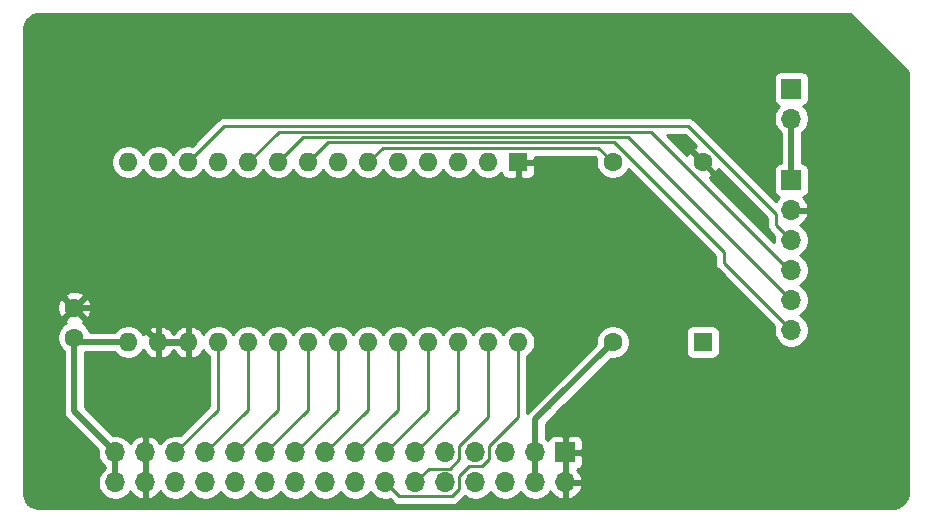
<source format=gbr>
%TF.GenerationSoftware,KiCad,Pcbnew,(5.1.12-1-10_14)*%
%TF.CreationDate,2022-01-05T16:58:03+01:00*%
%TF.ProjectId,kids serial,6b696473-2073-4657-9269-616c2e6b6963,rev?*%
%TF.SameCoordinates,Original*%
%TF.FileFunction,Copper,L1,Top*%
%TF.FilePolarity,Positive*%
%FSLAX46Y46*%
G04 Gerber Fmt 4.6, Leading zero omitted, Abs format (unit mm)*
G04 Created by KiCad (PCBNEW (5.1.12-1-10_14)) date 2022-01-05 16:58:03*
%MOMM*%
%LPD*%
G01*
G04 APERTURE LIST*
%TA.AperFunction,ComponentPad*%
%ADD10O,1.700000X1.700000*%
%TD*%
%TA.AperFunction,ComponentPad*%
%ADD11R,1.700000X1.700000*%
%TD*%
%TA.AperFunction,ComponentPad*%
%ADD12O,1.600000X1.600000*%
%TD*%
%TA.AperFunction,ComponentPad*%
%ADD13R,1.600000X1.600000*%
%TD*%
%TA.AperFunction,ComponentPad*%
%ADD14C,1.600000*%
%TD*%
%TA.AperFunction,ViaPad*%
%ADD15C,0.800000*%
%TD*%
%TA.AperFunction,Conductor*%
%ADD16C,0.500000*%
%TD*%
%TA.AperFunction,Conductor*%
%ADD17C,0.250000*%
%TD*%
%TA.AperFunction,Conductor*%
%ADD18C,0.254000*%
%TD*%
%TA.AperFunction,Conductor*%
%ADD19C,0.100000*%
%TD*%
G04 APERTURE END LIST*
D10*
%TO.P,J1,32*%
%TO.N,+5V*%
X109016800Y-115138200D03*
%TO.P,J1,31*%
X109016800Y-112598200D03*
%TO.P,J1,30*%
%TO.N,GND*%
X111556800Y-115138200D03*
%TO.P,J1,29*%
X111556800Y-112598200D03*
%TO.P,J1,28*%
%TO.N,/A0*%
X114096800Y-115138200D03*
%TO.P,J1,27*%
%TO.N,/D0*%
X114096800Y-112598200D03*
%TO.P,J1,26*%
%TO.N,/A1*%
X116636800Y-115138200D03*
%TO.P,J1,25*%
%TO.N,/D1*%
X116636800Y-112598200D03*
%TO.P,J1,24*%
%TO.N,/A2*%
X119176800Y-115138200D03*
%TO.P,J1,23*%
%TO.N,/D2*%
X119176800Y-112598200D03*
%TO.P,J1,22*%
%TO.N,/A3*%
X121716800Y-115138200D03*
%TO.P,J1,21*%
%TO.N,/D3*%
X121716800Y-112598200D03*
%TO.P,J1,20*%
%TO.N,/A4*%
X124256800Y-115138200D03*
%TO.P,J1,19*%
%TO.N,/D4*%
X124256800Y-112598200D03*
%TO.P,J1,18*%
%TO.N,/A5*%
X126796800Y-115138200D03*
%TO.P,J1,17*%
%TO.N,/D5*%
X126796800Y-112598200D03*
%TO.P,J1,16*%
%TO.N,~CS*%
X129336800Y-115138200D03*
%TO.P,J1,15*%
%TO.N,/D6*%
X129336800Y-112598200D03*
%TO.P,J1,14*%
%TO.N,R~W*%
X131876800Y-115138200D03*
%TO.P,J1,13*%
%TO.N,/D7*%
X131876800Y-112598200D03*
%TO.P,J1,12*%
%TO.N,CLK*%
X134416800Y-115138200D03*
%TO.P,J1,11*%
%TO.N,~IRQ*%
X134416800Y-112598200D03*
%TO.P,J1,10*%
%TO.N,~RES*%
X136956800Y-115138200D03*
%TO.P,J1,9*%
%TO.N,Net-(J1-Pad9)*%
X136956800Y-112598200D03*
%TO.P,J1,8*%
%TO.N,Net-(J1-Pad8)*%
X139496800Y-115138200D03*
%TO.P,J1,7*%
%TO.N,Net-(J1-Pad7)*%
X139496800Y-112598200D03*
%TO.P,J1,6*%
%TO.N,Net-(J1-Pad6)*%
X142036800Y-115138200D03*
%TO.P,J1,5*%
%TO.N,Net-(J1-Pad5)*%
X142036800Y-112598200D03*
%TO.P,J1,4*%
%TO.N,+5V*%
X144576800Y-115138200D03*
%TO.P,J1,3*%
X144576800Y-112598200D03*
%TO.P,J1,2*%
%TO.N,GND*%
X147116800Y-115138200D03*
D11*
%TO.P,J1,1*%
X147116800Y-112598200D03*
%TD*%
D12*
%TO.P,U1,28*%
%TO.N,R~W*%
X143129000Y-103251000D03*
%TO.P,U1,14*%
%TO.N,/A1*%
X110109000Y-88011000D03*
%TO.P,U1,27*%
%TO.N,CLK*%
X140589000Y-103251000D03*
%TO.P,U1,13*%
%TO.N,/A0*%
X112649000Y-88011000D03*
%TO.P,U1,26*%
%TO.N,~IRQ*%
X138049000Y-103251000D03*
%TO.P,U1,12*%
%TO.N,TXD_IO*%
X115189000Y-88011000D03*
%TO.P,U1,25*%
%TO.N,/D7*%
X135509000Y-103251000D03*
%TO.P,U1,11*%
%TO.N,Net-(U1-Pad11)*%
X117729000Y-88011000D03*
%TO.P,U1,24*%
%TO.N,/D6*%
X132969000Y-103251000D03*
%TO.P,U1,10*%
%TO.N,RXD_IO*%
X120269000Y-88011000D03*
%TO.P,U1,23*%
%TO.N,/D5*%
X130429000Y-103251000D03*
%TO.P,U1,9*%
%TO.N,~RTS_IO*%
X122809000Y-88011000D03*
%TO.P,U1,22*%
%TO.N,/D4*%
X127889000Y-103251000D03*
%TO.P,U1,8*%
%TO.N,~CTS_IO*%
X125349000Y-88011000D03*
%TO.P,U1,21*%
%TO.N,/D3*%
X125349000Y-103251000D03*
%TO.P,U1,7*%
%TO.N,Net-(U1-Pad7)*%
X127889000Y-88011000D03*
%TO.P,U1,20*%
%TO.N,/D2*%
X122809000Y-103251000D03*
%TO.P,U1,6*%
%TO.N,XTAL_CLK*%
X130429000Y-88011000D03*
%TO.P,U1,19*%
%TO.N,/D1*%
X120269000Y-103251000D03*
%TO.P,U1,5*%
%TO.N,Net-(U1-Pad5)*%
X132969000Y-88011000D03*
%TO.P,U1,18*%
%TO.N,/D0*%
X117729000Y-103251000D03*
%TO.P,U1,4*%
%TO.N,~RES*%
X135509000Y-88011000D03*
%TO.P,U1,17*%
%TO.N,GND*%
X115189000Y-103251000D03*
%TO.P,U1,3*%
%TO.N,~CS*%
X138049000Y-88011000D03*
%TO.P,U1,16*%
%TO.N,GND*%
X112649000Y-103251000D03*
%TO.P,U1,2*%
%TO.N,+5V*%
X140589000Y-88011000D03*
%TO.P,U1,15*%
X110109000Y-103251000D03*
D13*
%TO.P,U1,1*%
%TO.N,GND*%
X143129000Y-88011000D03*
%TD*%
D10*
%TO.P,J3,2*%
%TO.N,VCC_IO*%
X166243000Y-84328000D03*
D11*
%TO.P,J3,1*%
%TO.N,+5V*%
X166243000Y-81788000D03*
%TD*%
D10*
%TO.P,J2,6*%
%TO.N,~CTS_IO*%
X166243000Y-102235000D03*
%TO.P,J2,5*%
%TO.N,~RTS_IO*%
X166243000Y-99695000D03*
%TO.P,J2,4*%
%TO.N,RXD_IO*%
X166243000Y-97155000D03*
%TO.P,J2,3*%
%TO.N,TXD_IO*%
X166243000Y-94615000D03*
%TO.P,J2,2*%
%TO.N,GND*%
X166243000Y-92075000D03*
D11*
%TO.P,J2,1*%
%TO.N,VCC_IO*%
X166243000Y-89535000D03*
%TD*%
D14*
%TO.P,C1,2*%
%TO.N,GND*%
X105537000Y-100370000D03*
%TO.P,C1,1*%
%TO.N,+5V*%
X105537000Y-102870000D03*
%TD*%
D13*
%TO.P,X1,1*%
%TO.N,Net-(X1-Pad1)*%
X158750000Y-103251000D03*
D14*
%TO.P,X1,14*%
%TO.N,+5V*%
X151130000Y-103251000D03*
%TO.P,X1,8*%
%TO.N,XTAL_CLK*%
X151130000Y-88011000D03*
%TO.P,X1,7*%
%TO.N,GND*%
X158750000Y-88011000D03*
%TD*%
D15*
%TO.N,GND*%
X126873000Y-95758000D03*
X166243000Y-108585000D03*
X166243000Y-78359000D03*
X105537000Y-78359000D03*
X137033000Y-78486000D03*
%TD*%
D16*
%TO.N,+5V*%
X105918000Y-103251000D02*
X105537000Y-102870000D01*
X110109000Y-103251000D02*
X105918000Y-103251000D01*
X105537000Y-109118400D02*
X109016800Y-112598200D01*
X105537000Y-102870000D02*
X105537000Y-109118400D01*
X109016800Y-112598200D02*
X109016800Y-115138200D01*
X144576800Y-115138200D02*
X144576800Y-112598200D01*
X144576800Y-109804200D02*
X145859500Y-108521500D01*
X145859500Y-108521500D02*
X151130000Y-103251000D01*
X144576800Y-112598200D02*
X144576800Y-109804200D01*
X145669000Y-108712000D02*
X145859500Y-108521500D01*
%TO.N,GND*%
X115189000Y-103251000D02*
X112649000Y-103251000D01*
X109768000Y-100370000D02*
X105537000Y-100370000D01*
X112649000Y-103251000D02*
X109768000Y-100370000D01*
D17*
%TO.N,/D0*%
X117729000Y-108966000D02*
X114096800Y-112598200D01*
X117729000Y-103251000D02*
X117729000Y-108966000D01*
%TO.N,/D1*%
X120269000Y-108966000D02*
X116636800Y-112598200D01*
X120269000Y-103251000D02*
X120269000Y-108966000D01*
%TO.N,/D2*%
X122809000Y-108966000D02*
X119176800Y-112598200D01*
X122809000Y-103251000D02*
X122809000Y-108966000D01*
%TO.N,/D3*%
X125349000Y-108966000D02*
X121716800Y-112598200D01*
X125349000Y-103251000D02*
X125349000Y-108966000D01*
%TO.N,/D4*%
X127889000Y-108966000D02*
X124256800Y-112598200D01*
X127889000Y-103251000D02*
X127889000Y-108966000D01*
%TO.N,/D5*%
X130429000Y-108966000D02*
X126796800Y-112598200D01*
X130429000Y-103251000D02*
X130429000Y-108966000D01*
%TO.N,/D6*%
X132969000Y-108966000D02*
X129336800Y-112598200D01*
X132969000Y-103251000D02*
X132969000Y-108966000D01*
%TO.N,R~W*%
X138131801Y-114574199D02*
X138131801Y-115702201D01*
X138932799Y-113773201D02*
X138131801Y-114574199D01*
X137520801Y-116313201D02*
X133051801Y-116313201D01*
X140671801Y-113162201D02*
X140060801Y-113773201D01*
X138131801Y-115702201D02*
X137520801Y-116313201D01*
X140060801Y-113773201D02*
X138932799Y-113773201D01*
X140671801Y-112034199D02*
X140671801Y-113162201D01*
X133051801Y-116313201D02*
X131876800Y-115138200D01*
X143129000Y-109577000D02*
X140671801Y-112034199D01*
X143129000Y-103251000D02*
X143129000Y-109577000D01*
%TO.N,/D7*%
X135509000Y-108966000D02*
X131876800Y-112598200D01*
X135509000Y-103251000D02*
X135509000Y-108966000D01*
%TO.N,CLK*%
X135591801Y-113963199D02*
X134416800Y-115138200D01*
X138131801Y-113162201D02*
X137330803Y-113963199D01*
X138131801Y-112034199D02*
X138131801Y-113162201D01*
X137330803Y-113963199D02*
X135591801Y-113963199D01*
X140589000Y-109577000D02*
X138131801Y-112034199D01*
X140589000Y-103251000D02*
X140589000Y-109577000D01*
%TO.N,~IRQ*%
X138049000Y-108966000D02*
X134416800Y-112598200D01*
X138049000Y-103251000D02*
X138049000Y-108966000D01*
D16*
%TO.N,VCC_IO*%
X166243000Y-89535000D02*
X166243000Y-84455000D01*
D17*
%TO.N,TXD_IO*%
X164967999Y-93339999D02*
X166243000Y-94615000D01*
X118214039Y-84985961D02*
X157537963Y-84985961D01*
X164967999Y-92415997D02*
X164967999Y-93339999D01*
X157537963Y-84985961D02*
X164967999Y-92415997D01*
X115189000Y-88011000D02*
X118214039Y-84985961D01*
%TO.N,RXD_IO*%
X166080998Y-97155000D02*
X166243000Y-97155000D01*
X154361969Y-85435971D02*
X166080998Y-97155000D01*
X122844029Y-85435971D02*
X154361969Y-85435971D01*
X120269000Y-88011000D02*
X122844029Y-85435971D01*
%TO.N,~RTS_IO*%
X152433980Y-85885980D02*
X166243000Y-99695000D01*
X124934020Y-85885980D02*
X152433980Y-85885980D01*
X122809000Y-88011000D02*
X124934020Y-85885980D01*
%TO.N,~CTS_IO*%
X127024011Y-86335989D02*
X151232989Y-86335989D01*
X125349000Y-88011000D02*
X127024011Y-86335989D01*
X151232989Y-86335989D02*
X160528000Y-95631000D01*
X160528000Y-96520000D02*
X166243000Y-102235000D01*
X160528000Y-95631000D02*
X160528000Y-96520000D01*
%TO.N,XTAL_CLK*%
X131654001Y-86785999D02*
X130429000Y-88011000D01*
X149904999Y-86785999D02*
X131654001Y-86785999D01*
X151130000Y-88011000D02*
X149904999Y-86785999D01*
%TD*%
D18*
%TO.N,GND*%
X102582353Y-75488000D02*
X171201620Y-75488000D01*
X176099000Y-80385381D01*
X176099001Y-115984647D01*
X176108289Y-116078951D01*
X176094766Y-116216876D01*
X176017551Y-116472624D01*
X175892131Y-116708504D01*
X175723289Y-116915525D01*
X175517446Y-117085813D01*
X175282444Y-117212879D01*
X175027240Y-117291877D01*
X174880291Y-117307322D01*
X174785647Y-117298000D01*
X102582353Y-117298000D01*
X102488044Y-117307289D01*
X102350124Y-117293766D01*
X102094376Y-117216551D01*
X101858496Y-117091131D01*
X101651475Y-116922289D01*
X101481187Y-116716446D01*
X101354121Y-116481444D01*
X101275123Y-116226240D01*
X101259678Y-116079291D01*
X101269000Y-115984647D01*
X101269000Y-102728665D01*
X104102000Y-102728665D01*
X104102000Y-103011335D01*
X104157147Y-103288574D01*
X104265320Y-103549727D01*
X104422363Y-103784759D01*
X104622241Y-103984637D01*
X104652000Y-104004521D01*
X104652001Y-109074921D01*
X104647719Y-109118400D01*
X104664805Y-109291890D01*
X104715412Y-109458713D01*
X104797590Y-109612459D01*
X104880468Y-109713446D01*
X104880471Y-109713449D01*
X104908184Y-109747217D01*
X104941951Y-109774929D01*
X107546261Y-112379240D01*
X107531800Y-112451940D01*
X107531800Y-112744460D01*
X107588868Y-113031358D01*
X107700810Y-113301611D01*
X107863325Y-113544832D01*
X108070168Y-113751675D01*
X108131800Y-113792856D01*
X108131801Y-113943543D01*
X108070168Y-113984725D01*
X107863325Y-114191568D01*
X107700810Y-114434789D01*
X107588868Y-114705042D01*
X107531800Y-114991940D01*
X107531800Y-115284460D01*
X107588868Y-115571358D01*
X107700810Y-115841611D01*
X107863325Y-116084832D01*
X108070168Y-116291675D01*
X108313389Y-116454190D01*
X108583642Y-116566132D01*
X108870540Y-116623200D01*
X109163060Y-116623200D01*
X109449958Y-116566132D01*
X109720211Y-116454190D01*
X109963432Y-116291675D01*
X110170275Y-116084832D01*
X110291995Y-115902666D01*
X110361622Y-116019555D01*
X110556531Y-116235788D01*
X110789880Y-116409841D01*
X111052701Y-116535025D01*
X111199910Y-116579676D01*
X111429800Y-116458355D01*
X111429800Y-115265200D01*
X111409800Y-115265200D01*
X111409800Y-115011200D01*
X111429800Y-115011200D01*
X111429800Y-112725200D01*
X111409800Y-112725200D01*
X111409800Y-112471200D01*
X111429800Y-112471200D01*
X111429800Y-111278045D01*
X111683800Y-111278045D01*
X111683800Y-112471200D01*
X111703800Y-112471200D01*
X111703800Y-112725200D01*
X111683800Y-112725200D01*
X111683800Y-115011200D01*
X111703800Y-115011200D01*
X111703800Y-115265200D01*
X111683800Y-115265200D01*
X111683800Y-116458355D01*
X111913690Y-116579676D01*
X112060899Y-116535025D01*
X112323720Y-116409841D01*
X112557069Y-116235788D01*
X112751978Y-116019555D01*
X112821605Y-115902666D01*
X112943325Y-116084832D01*
X113150168Y-116291675D01*
X113393389Y-116454190D01*
X113663642Y-116566132D01*
X113950540Y-116623200D01*
X114243060Y-116623200D01*
X114529958Y-116566132D01*
X114800211Y-116454190D01*
X115043432Y-116291675D01*
X115250275Y-116084832D01*
X115366800Y-115910440D01*
X115483325Y-116084832D01*
X115690168Y-116291675D01*
X115933389Y-116454190D01*
X116203642Y-116566132D01*
X116490540Y-116623200D01*
X116783060Y-116623200D01*
X117069958Y-116566132D01*
X117340211Y-116454190D01*
X117583432Y-116291675D01*
X117790275Y-116084832D01*
X117906800Y-115910440D01*
X118023325Y-116084832D01*
X118230168Y-116291675D01*
X118473389Y-116454190D01*
X118743642Y-116566132D01*
X119030540Y-116623200D01*
X119323060Y-116623200D01*
X119609958Y-116566132D01*
X119880211Y-116454190D01*
X120123432Y-116291675D01*
X120330275Y-116084832D01*
X120446800Y-115910440D01*
X120563325Y-116084832D01*
X120770168Y-116291675D01*
X121013389Y-116454190D01*
X121283642Y-116566132D01*
X121570540Y-116623200D01*
X121863060Y-116623200D01*
X122149958Y-116566132D01*
X122420211Y-116454190D01*
X122663432Y-116291675D01*
X122870275Y-116084832D01*
X122986800Y-115910440D01*
X123103325Y-116084832D01*
X123310168Y-116291675D01*
X123553389Y-116454190D01*
X123823642Y-116566132D01*
X124110540Y-116623200D01*
X124403060Y-116623200D01*
X124689958Y-116566132D01*
X124960211Y-116454190D01*
X125203432Y-116291675D01*
X125410275Y-116084832D01*
X125526800Y-115910440D01*
X125643325Y-116084832D01*
X125850168Y-116291675D01*
X126093389Y-116454190D01*
X126363642Y-116566132D01*
X126650540Y-116623200D01*
X126943060Y-116623200D01*
X127229958Y-116566132D01*
X127500211Y-116454190D01*
X127743432Y-116291675D01*
X127950275Y-116084832D01*
X128066800Y-115910440D01*
X128183325Y-116084832D01*
X128390168Y-116291675D01*
X128633389Y-116454190D01*
X128903642Y-116566132D01*
X129190540Y-116623200D01*
X129483060Y-116623200D01*
X129769958Y-116566132D01*
X130040211Y-116454190D01*
X130283432Y-116291675D01*
X130490275Y-116084832D01*
X130606800Y-115910440D01*
X130723325Y-116084832D01*
X130930168Y-116291675D01*
X131173389Y-116454190D01*
X131443642Y-116566132D01*
X131730540Y-116623200D01*
X132023060Y-116623200D01*
X132243208Y-116579410D01*
X132488002Y-116824204D01*
X132511800Y-116853202D01*
X132627525Y-116948175D01*
X132759554Y-117018747D01*
X132902815Y-117062204D01*
X133014468Y-117073201D01*
X133014477Y-117073201D01*
X133051800Y-117076877D01*
X133089123Y-117073201D01*
X137483479Y-117073201D01*
X137520801Y-117076877D01*
X137558123Y-117073201D01*
X137558134Y-117073201D01*
X137669787Y-117062204D01*
X137813048Y-117018747D01*
X137945077Y-116948175D01*
X138060802Y-116853202D01*
X138084604Y-116824199D01*
X138590309Y-116318496D01*
X138793389Y-116454190D01*
X139063642Y-116566132D01*
X139350540Y-116623200D01*
X139643060Y-116623200D01*
X139929958Y-116566132D01*
X140200211Y-116454190D01*
X140443432Y-116291675D01*
X140650275Y-116084832D01*
X140766800Y-115910440D01*
X140883325Y-116084832D01*
X141090168Y-116291675D01*
X141333389Y-116454190D01*
X141603642Y-116566132D01*
X141890540Y-116623200D01*
X142183060Y-116623200D01*
X142469958Y-116566132D01*
X142740211Y-116454190D01*
X142983432Y-116291675D01*
X143190275Y-116084832D01*
X143306800Y-115910440D01*
X143423325Y-116084832D01*
X143630168Y-116291675D01*
X143873389Y-116454190D01*
X144143642Y-116566132D01*
X144430540Y-116623200D01*
X144723060Y-116623200D01*
X145009958Y-116566132D01*
X145280211Y-116454190D01*
X145523432Y-116291675D01*
X145730275Y-116084832D01*
X145851995Y-115902666D01*
X145921622Y-116019555D01*
X146116531Y-116235788D01*
X146349880Y-116409841D01*
X146612701Y-116535025D01*
X146759910Y-116579676D01*
X146989800Y-116458355D01*
X146989800Y-115265200D01*
X147243800Y-115265200D01*
X147243800Y-116458355D01*
X147473690Y-116579676D01*
X147620899Y-116535025D01*
X147883720Y-116409841D01*
X148117069Y-116235788D01*
X148311978Y-116019555D01*
X148460957Y-115769452D01*
X148558281Y-115495091D01*
X148437614Y-115265200D01*
X147243800Y-115265200D01*
X146989800Y-115265200D01*
X146969800Y-115265200D01*
X146969800Y-115011200D01*
X146989800Y-115011200D01*
X146989800Y-112725200D01*
X147243800Y-112725200D01*
X147243800Y-115011200D01*
X148437614Y-115011200D01*
X148558281Y-114781309D01*
X148460957Y-114506948D01*
X148311978Y-114256845D01*
X148135174Y-114060698D01*
X148210980Y-114037702D01*
X148321294Y-113978737D01*
X148417985Y-113899385D01*
X148497337Y-113802694D01*
X148556302Y-113692380D01*
X148592612Y-113572682D01*
X148604872Y-113448200D01*
X148601800Y-112883950D01*
X148443050Y-112725200D01*
X147243800Y-112725200D01*
X146989800Y-112725200D01*
X146969800Y-112725200D01*
X146969800Y-112471200D01*
X146989800Y-112471200D01*
X146989800Y-111271950D01*
X147243800Y-111271950D01*
X147243800Y-112471200D01*
X148443050Y-112471200D01*
X148601800Y-112312450D01*
X148604872Y-111748200D01*
X148592612Y-111623718D01*
X148556302Y-111504020D01*
X148497337Y-111393706D01*
X148417985Y-111297015D01*
X148321294Y-111217663D01*
X148210980Y-111158698D01*
X148091282Y-111122388D01*
X147966800Y-111110128D01*
X147402550Y-111113200D01*
X147243800Y-111271950D01*
X146989800Y-111271950D01*
X146831050Y-111113200D01*
X146266800Y-111110128D01*
X146142318Y-111122388D01*
X146022620Y-111158698D01*
X145912306Y-111217663D01*
X145815615Y-111297015D01*
X145736263Y-111393706D01*
X145677298Y-111504020D01*
X145655287Y-111576580D01*
X145523432Y-111444725D01*
X145461800Y-111403544D01*
X145461800Y-110170778D01*
X146516032Y-109116547D01*
X146516037Y-109116541D01*
X150953561Y-104679017D01*
X150988665Y-104686000D01*
X151271335Y-104686000D01*
X151548574Y-104630853D01*
X151809727Y-104522680D01*
X152044759Y-104365637D01*
X152244637Y-104165759D01*
X152401680Y-103930727D01*
X152509853Y-103669574D01*
X152565000Y-103392335D01*
X152565000Y-103109665D01*
X152509853Y-102832426D01*
X152401680Y-102571273D01*
X152321317Y-102451000D01*
X157311928Y-102451000D01*
X157311928Y-104051000D01*
X157324188Y-104175482D01*
X157360498Y-104295180D01*
X157419463Y-104405494D01*
X157498815Y-104502185D01*
X157595506Y-104581537D01*
X157705820Y-104640502D01*
X157825518Y-104676812D01*
X157950000Y-104689072D01*
X159550000Y-104689072D01*
X159674482Y-104676812D01*
X159794180Y-104640502D01*
X159904494Y-104581537D01*
X160001185Y-104502185D01*
X160080537Y-104405494D01*
X160139502Y-104295180D01*
X160175812Y-104175482D01*
X160188072Y-104051000D01*
X160188072Y-102451000D01*
X160175812Y-102326518D01*
X160139502Y-102206820D01*
X160080537Y-102096506D01*
X160001185Y-101999815D01*
X159904494Y-101920463D01*
X159794180Y-101861498D01*
X159674482Y-101825188D01*
X159550000Y-101812928D01*
X157950000Y-101812928D01*
X157825518Y-101825188D01*
X157705820Y-101861498D01*
X157595506Y-101920463D01*
X157498815Y-101999815D01*
X157419463Y-102096506D01*
X157360498Y-102206820D01*
X157324188Y-102326518D01*
X157311928Y-102451000D01*
X152321317Y-102451000D01*
X152244637Y-102336241D01*
X152044759Y-102136363D01*
X151809727Y-101979320D01*
X151548574Y-101871147D01*
X151271335Y-101816000D01*
X150988665Y-101816000D01*
X150711426Y-101871147D01*
X150450273Y-101979320D01*
X150215241Y-102136363D01*
X150015363Y-102336241D01*
X149858320Y-102571273D01*
X149750147Y-102832426D01*
X149695000Y-103109665D01*
X149695000Y-103392335D01*
X149701983Y-103427439D01*
X145264459Y-107864963D01*
X145264453Y-107864968D01*
X143981751Y-109147671D01*
X143947984Y-109175383D01*
X143920271Y-109209151D01*
X143920268Y-109209154D01*
X143889000Y-109247254D01*
X143889000Y-104469043D01*
X144043759Y-104365637D01*
X144243637Y-104165759D01*
X144400680Y-103930727D01*
X144508853Y-103669574D01*
X144564000Y-103392335D01*
X144564000Y-103109665D01*
X144508853Y-102832426D01*
X144400680Y-102571273D01*
X144243637Y-102336241D01*
X144043759Y-102136363D01*
X143808727Y-101979320D01*
X143547574Y-101871147D01*
X143270335Y-101816000D01*
X142987665Y-101816000D01*
X142710426Y-101871147D01*
X142449273Y-101979320D01*
X142214241Y-102136363D01*
X142014363Y-102336241D01*
X141859000Y-102568759D01*
X141703637Y-102336241D01*
X141503759Y-102136363D01*
X141268727Y-101979320D01*
X141007574Y-101871147D01*
X140730335Y-101816000D01*
X140447665Y-101816000D01*
X140170426Y-101871147D01*
X139909273Y-101979320D01*
X139674241Y-102136363D01*
X139474363Y-102336241D01*
X139319000Y-102568759D01*
X139163637Y-102336241D01*
X138963759Y-102136363D01*
X138728727Y-101979320D01*
X138467574Y-101871147D01*
X138190335Y-101816000D01*
X137907665Y-101816000D01*
X137630426Y-101871147D01*
X137369273Y-101979320D01*
X137134241Y-102136363D01*
X136934363Y-102336241D01*
X136779000Y-102568759D01*
X136623637Y-102336241D01*
X136423759Y-102136363D01*
X136188727Y-101979320D01*
X135927574Y-101871147D01*
X135650335Y-101816000D01*
X135367665Y-101816000D01*
X135090426Y-101871147D01*
X134829273Y-101979320D01*
X134594241Y-102136363D01*
X134394363Y-102336241D01*
X134239000Y-102568759D01*
X134083637Y-102336241D01*
X133883759Y-102136363D01*
X133648727Y-101979320D01*
X133387574Y-101871147D01*
X133110335Y-101816000D01*
X132827665Y-101816000D01*
X132550426Y-101871147D01*
X132289273Y-101979320D01*
X132054241Y-102136363D01*
X131854363Y-102336241D01*
X131699000Y-102568759D01*
X131543637Y-102336241D01*
X131343759Y-102136363D01*
X131108727Y-101979320D01*
X130847574Y-101871147D01*
X130570335Y-101816000D01*
X130287665Y-101816000D01*
X130010426Y-101871147D01*
X129749273Y-101979320D01*
X129514241Y-102136363D01*
X129314363Y-102336241D01*
X129159000Y-102568759D01*
X129003637Y-102336241D01*
X128803759Y-102136363D01*
X128568727Y-101979320D01*
X128307574Y-101871147D01*
X128030335Y-101816000D01*
X127747665Y-101816000D01*
X127470426Y-101871147D01*
X127209273Y-101979320D01*
X126974241Y-102136363D01*
X126774363Y-102336241D01*
X126619000Y-102568759D01*
X126463637Y-102336241D01*
X126263759Y-102136363D01*
X126028727Y-101979320D01*
X125767574Y-101871147D01*
X125490335Y-101816000D01*
X125207665Y-101816000D01*
X124930426Y-101871147D01*
X124669273Y-101979320D01*
X124434241Y-102136363D01*
X124234363Y-102336241D01*
X124079000Y-102568759D01*
X123923637Y-102336241D01*
X123723759Y-102136363D01*
X123488727Y-101979320D01*
X123227574Y-101871147D01*
X122950335Y-101816000D01*
X122667665Y-101816000D01*
X122390426Y-101871147D01*
X122129273Y-101979320D01*
X121894241Y-102136363D01*
X121694363Y-102336241D01*
X121539000Y-102568759D01*
X121383637Y-102336241D01*
X121183759Y-102136363D01*
X120948727Y-101979320D01*
X120687574Y-101871147D01*
X120410335Y-101816000D01*
X120127665Y-101816000D01*
X119850426Y-101871147D01*
X119589273Y-101979320D01*
X119354241Y-102136363D01*
X119154363Y-102336241D01*
X118999000Y-102568759D01*
X118843637Y-102336241D01*
X118643759Y-102136363D01*
X118408727Y-101979320D01*
X118147574Y-101871147D01*
X117870335Y-101816000D01*
X117587665Y-101816000D01*
X117310426Y-101871147D01*
X117049273Y-101979320D01*
X116814241Y-102136363D01*
X116614363Y-102336241D01*
X116457320Y-102571273D01*
X116452933Y-102581865D01*
X116341385Y-102395869D01*
X116152414Y-102187481D01*
X115926420Y-102019963D01*
X115672087Y-101899754D01*
X115538039Y-101859096D01*
X115316000Y-101981085D01*
X115316000Y-103124000D01*
X115336000Y-103124000D01*
X115336000Y-103378000D01*
X115316000Y-103378000D01*
X115316000Y-104520915D01*
X115538039Y-104642904D01*
X115672087Y-104602246D01*
X115926420Y-104482037D01*
X116152414Y-104314519D01*
X116341385Y-104106131D01*
X116452933Y-103920135D01*
X116457320Y-103930727D01*
X116614363Y-104165759D01*
X116814241Y-104365637D01*
X116969000Y-104469044D01*
X116969001Y-108651197D01*
X114463208Y-111156991D01*
X114243060Y-111113200D01*
X113950540Y-111113200D01*
X113663642Y-111170268D01*
X113393389Y-111282210D01*
X113150168Y-111444725D01*
X112943325Y-111651568D01*
X112821605Y-111833734D01*
X112751978Y-111716845D01*
X112557069Y-111500612D01*
X112323720Y-111326559D01*
X112060899Y-111201375D01*
X111913690Y-111156724D01*
X111683800Y-111278045D01*
X111429800Y-111278045D01*
X111199910Y-111156724D01*
X111052701Y-111201375D01*
X110789880Y-111326559D01*
X110556531Y-111500612D01*
X110361622Y-111716845D01*
X110291995Y-111833734D01*
X110170275Y-111651568D01*
X109963432Y-111444725D01*
X109720211Y-111282210D01*
X109449958Y-111170268D01*
X109163060Y-111113200D01*
X108870540Y-111113200D01*
X108797840Y-111127661D01*
X106422000Y-108751822D01*
X106422000Y-104136000D01*
X108974479Y-104136000D01*
X108994363Y-104165759D01*
X109194241Y-104365637D01*
X109429273Y-104522680D01*
X109690426Y-104630853D01*
X109967665Y-104686000D01*
X110250335Y-104686000D01*
X110527574Y-104630853D01*
X110788727Y-104522680D01*
X111023759Y-104365637D01*
X111223637Y-104165759D01*
X111380680Y-103930727D01*
X111385067Y-103920135D01*
X111496615Y-104106131D01*
X111685586Y-104314519D01*
X111911580Y-104482037D01*
X112165913Y-104602246D01*
X112299961Y-104642904D01*
X112522000Y-104520915D01*
X112522000Y-103378000D01*
X112776000Y-103378000D01*
X112776000Y-104520915D01*
X112998039Y-104642904D01*
X113132087Y-104602246D01*
X113386420Y-104482037D01*
X113612414Y-104314519D01*
X113801385Y-104106131D01*
X113919000Y-103910018D01*
X114036615Y-104106131D01*
X114225586Y-104314519D01*
X114451580Y-104482037D01*
X114705913Y-104602246D01*
X114839961Y-104642904D01*
X115062000Y-104520915D01*
X115062000Y-103378000D01*
X112776000Y-103378000D01*
X112522000Y-103378000D01*
X112502000Y-103378000D01*
X112502000Y-103124000D01*
X112522000Y-103124000D01*
X112522000Y-101981085D01*
X112776000Y-101981085D01*
X112776000Y-103124000D01*
X115062000Y-103124000D01*
X115062000Y-101981085D01*
X114839961Y-101859096D01*
X114705913Y-101899754D01*
X114451580Y-102019963D01*
X114225586Y-102187481D01*
X114036615Y-102395869D01*
X113919000Y-102591982D01*
X113801385Y-102395869D01*
X113612414Y-102187481D01*
X113386420Y-102019963D01*
X113132087Y-101899754D01*
X112998039Y-101859096D01*
X112776000Y-101981085D01*
X112522000Y-101981085D01*
X112299961Y-101859096D01*
X112165913Y-101899754D01*
X111911580Y-102019963D01*
X111685586Y-102187481D01*
X111496615Y-102395869D01*
X111385067Y-102581865D01*
X111380680Y-102571273D01*
X111223637Y-102336241D01*
X111023759Y-102136363D01*
X110788727Y-101979320D01*
X110527574Y-101871147D01*
X110250335Y-101816000D01*
X109967665Y-101816000D01*
X109690426Y-101871147D01*
X109429273Y-101979320D01*
X109194241Y-102136363D01*
X108994363Y-102336241D01*
X108974479Y-102366000D01*
X106881468Y-102366000D01*
X106808680Y-102190273D01*
X106651637Y-101955241D01*
X106451759Y-101755363D01*
X106251131Y-101621308D01*
X106278514Y-101606671D01*
X106350097Y-101362702D01*
X105537000Y-100549605D01*
X104723903Y-101362702D01*
X104795486Y-101606671D01*
X104824341Y-101620324D01*
X104622241Y-101755363D01*
X104422363Y-101955241D01*
X104265320Y-102190273D01*
X104157147Y-102451426D01*
X104102000Y-102728665D01*
X101269000Y-102728665D01*
X101269000Y-100440512D01*
X104096783Y-100440512D01*
X104138213Y-100720130D01*
X104233397Y-100986292D01*
X104300329Y-101111514D01*
X104544298Y-101183097D01*
X105357395Y-100370000D01*
X105716605Y-100370000D01*
X106529702Y-101183097D01*
X106773671Y-101111514D01*
X106894571Y-100856004D01*
X106963300Y-100581816D01*
X106977217Y-100299488D01*
X106935787Y-100019870D01*
X106840603Y-99753708D01*
X106773671Y-99628486D01*
X106529702Y-99556903D01*
X105716605Y-100370000D01*
X105357395Y-100370000D01*
X104544298Y-99556903D01*
X104300329Y-99628486D01*
X104179429Y-99883996D01*
X104110700Y-100158184D01*
X104096783Y-100440512D01*
X101269000Y-100440512D01*
X101269000Y-99377298D01*
X104723903Y-99377298D01*
X105537000Y-100190395D01*
X106350097Y-99377298D01*
X106278514Y-99133329D01*
X106023004Y-99012429D01*
X105748816Y-98943700D01*
X105466488Y-98929783D01*
X105186870Y-98971213D01*
X104920708Y-99066397D01*
X104795486Y-99133329D01*
X104723903Y-99377298D01*
X101269000Y-99377298D01*
X101269000Y-87869665D01*
X108674000Y-87869665D01*
X108674000Y-88152335D01*
X108729147Y-88429574D01*
X108837320Y-88690727D01*
X108994363Y-88925759D01*
X109194241Y-89125637D01*
X109429273Y-89282680D01*
X109690426Y-89390853D01*
X109967665Y-89446000D01*
X110250335Y-89446000D01*
X110527574Y-89390853D01*
X110788727Y-89282680D01*
X111023759Y-89125637D01*
X111223637Y-88925759D01*
X111379000Y-88693241D01*
X111534363Y-88925759D01*
X111734241Y-89125637D01*
X111969273Y-89282680D01*
X112230426Y-89390853D01*
X112507665Y-89446000D01*
X112790335Y-89446000D01*
X113067574Y-89390853D01*
X113328727Y-89282680D01*
X113563759Y-89125637D01*
X113763637Y-88925759D01*
X113919000Y-88693241D01*
X114074363Y-88925759D01*
X114274241Y-89125637D01*
X114509273Y-89282680D01*
X114770426Y-89390853D01*
X115047665Y-89446000D01*
X115330335Y-89446000D01*
X115607574Y-89390853D01*
X115868727Y-89282680D01*
X116103759Y-89125637D01*
X116303637Y-88925759D01*
X116459000Y-88693241D01*
X116614363Y-88925759D01*
X116814241Y-89125637D01*
X117049273Y-89282680D01*
X117310426Y-89390853D01*
X117587665Y-89446000D01*
X117870335Y-89446000D01*
X118147574Y-89390853D01*
X118408727Y-89282680D01*
X118643759Y-89125637D01*
X118843637Y-88925759D01*
X118999000Y-88693241D01*
X119154363Y-88925759D01*
X119354241Y-89125637D01*
X119589273Y-89282680D01*
X119850426Y-89390853D01*
X120127665Y-89446000D01*
X120410335Y-89446000D01*
X120687574Y-89390853D01*
X120948727Y-89282680D01*
X121183759Y-89125637D01*
X121383637Y-88925759D01*
X121539000Y-88693241D01*
X121694363Y-88925759D01*
X121894241Y-89125637D01*
X122129273Y-89282680D01*
X122390426Y-89390853D01*
X122667665Y-89446000D01*
X122950335Y-89446000D01*
X123227574Y-89390853D01*
X123488727Y-89282680D01*
X123723759Y-89125637D01*
X123923637Y-88925759D01*
X124079000Y-88693241D01*
X124234363Y-88925759D01*
X124434241Y-89125637D01*
X124669273Y-89282680D01*
X124930426Y-89390853D01*
X125207665Y-89446000D01*
X125490335Y-89446000D01*
X125767574Y-89390853D01*
X126028727Y-89282680D01*
X126263759Y-89125637D01*
X126463637Y-88925759D01*
X126619000Y-88693241D01*
X126774363Y-88925759D01*
X126974241Y-89125637D01*
X127209273Y-89282680D01*
X127470426Y-89390853D01*
X127747665Y-89446000D01*
X128030335Y-89446000D01*
X128307574Y-89390853D01*
X128568727Y-89282680D01*
X128803759Y-89125637D01*
X129003637Y-88925759D01*
X129159000Y-88693241D01*
X129314363Y-88925759D01*
X129514241Y-89125637D01*
X129749273Y-89282680D01*
X130010426Y-89390853D01*
X130287665Y-89446000D01*
X130570335Y-89446000D01*
X130847574Y-89390853D01*
X131108727Y-89282680D01*
X131343759Y-89125637D01*
X131543637Y-88925759D01*
X131699000Y-88693241D01*
X131854363Y-88925759D01*
X132054241Y-89125637D01*
X132289273Y-89282680D01*
X132550426Y-89390853D01*
X132827665Y-89446000D01*
X133110335Y-89446000D01*
X133387574Y-89390853D01*
X133648727Y-89282680D01*
X133883759Y-89125637D01*
X134083637Y-88925759D01*
X134239000Y-88693241D01*
X134394363Y-88925759D01*
X134594241Y-89125637D01*
X134829273Y-89282680D01*
X135090426Y-89390853D01*
X135367665Y-89446000D01*
X135650335Y-89446000D01*
X135927574Y-89390853D01*
X136188727Y-89282680D01*
X136423759Y-89125637D01*
X136623637Y-88925759D01*
X136779000Y-88693241D01*
X136934363Y-88925759D01*
X137134241Y-89125637D01*
X137369273Y-89282680D01*
X137630426Y-89390853D01*
X137907665Y-89446000D01*
X138190335Y-89446000D01*
X138467574Y-89390853D01*
X138728727Y-89282680D01*
X138963759Y-89125637D01*
X139163637Y-88925759D01*
X139319000Y-88693241D01*
X139474363Y-88925759D01*
X139674241Y-89125637D01*
X139909273Y-89282680D01*
X140170426Y-89390853D01*
X140447665Y-89446000D01*
X140730335Y-89446000D01*
X141007574Y-89390853D01*
X141268727Y-89282680D01*
X141503759Y-89125637D01*
X141702357Y-88927039D01*
X141703188Y-88935482D01*
X141739498Y-89055180D01*
X141798463Y-89165494D01*
X141877815Y-89262185D01*
X141974506Y-89341537D01*
X142084820Y-89400502D01*
X142204518Y-89436812D01*
X142329000Y-89449072D01*
X142843250Y-89446000D01*
X143002000Y-89287250D01*
X143002000Y-88138000D01*
X143256000Y-88138000D01*
X143256000Y-89287250D01*
X143414750Y-89446000D01*
X143929000Y-89449072D01*
X144053482Y-89436812D01*
X144173180Y-89400502D01*
X144283494Y-89341537D01*
X144380185Y-89262185D01*
X144459537Y-89165494D01*
X144518502Y-89055180D01*
X144554812Y-88935482D01*
X144567072Y-88811000D01*
X144564000Y-88296750D01*
X144405250Y-88138000D01*
X143256000Y-88138000D01*
X143002000Y-88138000D01*
X142982000Y-88138000D01*
X142982000Y-87884000D01*
X143002000Y-87884000D01*
X143002000Y-87864000D01*
X143256000Y-87864000D01*
X143256000Y-87884000D01*
X144405250Y-87884000D01*
X144564000Y-87725250D01*
X144565071Y-87545999D01*
X149590198Y-87545999D01*
X149731312Y-87687114D01*
X149695000Y-87869665D01*
X149695000Y-88152335D01*
X149750147Y-88429574D01*
X149858320Y-88690727D01*
X150015363Y-88925759D01*
X150215241Y-89125637D01*
X150450273Y-89282680D01*
X150711426Y-89390853D01*
X150988665Y-89446000D01*
X151271335Y-89446000D01*
X151548574Y-89390853D01*
X151809727Y-89282680D01*
X152044759Y-89125637D01*
X152244637Y-88925759D01*
X152401680Y-88690727D01*
X152434263Y-88612064D01*
X159768000Y-95945802D01*
X159768000Y-96482678D01*
X159764324Y-96520000D01*
X159768000Y-96557322D01*
X159768000Y-96557333D01*
X159776537Y-96643997D01*
X159778998Y-96668985D01*
X159822454Y-96812246D01*
X159893026Y-96944276D01*
X159943694Y-97006014D01*
X159988000Y-97060001D01*
X160016998Y-97083799D01*
X164801790Y-101868592D01*
X164758000Y-102088740D01*
X164758000Y-102381260D01*
X164815068Y-102668158D01*
X164927010Y-102938411D01*
X165089525Y-103181632D01*
X165296368Y-103388475D01*
X165539589Y-103550990D01*
X165809842Y-103662932D01*
X166096740Y-103720000D01*
X166389260Y-103720000D01*
X166676158Y-103662932D01*
X166946411Y-103550990D01*
X167189632Y-103388475D01*
X167396475Y-103181632D01*
X167558990Y-102938411D01*
X167670932Y-102668158D01*
X167728000Y-102381260D01*
X167728000Y-102088740D01*
X167670932Y-101801842D01*
X167558990Y-101531589D01*
X167396475Y-101288368D01*
X167189632Y-101081525D01*
X167015240Y-100965000D01*
X167189632Y-100848475D01*
X167396475Y-100641632D01*
X167558990Y-100398411D01*
X167670932Y-100128158D01*
X167728000Y-99841260D01*
X167728000Y-99548740D01*
X167670932Y-99261842D01*
X167558990Y-98991589D01*
X167396475Y-98748368D01*
X167189632Y-98541525D01*
X167015240Y-98425000D01*
X167189632Y-98308475D01*
X167396475Y-98101632D01*
X167558990Y-97858411D01*
X167670932Y-97588158D01*
X167728000Y-97301260D01*
X167728000Y-97008740D01*
X167670932Y-96721842D01*
X167558990Y-96451589D01*
X167396475Y-96208368D01*
X167189632Y-96001525D01*
X167015240Y-95885000D01*
X167189632Y-95768475D01*
X167396475Y-95561632D01*
X167558990Y-95318411D01*
X167670932Y-95048158D01*
X167728000Y-94761260D01*
X167728000Y-94468740D01*
X167670932Y-94181842D01*
X167558990Y-93911589D01*
X167396475Y-93668368D01*
X167189632Y-93461525D01*
X167007466Y-93339805D01*
X167124355Y-93270178D01*
X167340588Y-93075269D01*
X167514641Y-92841920D01*
X167639825Y-92579099D01*
X167684476Y-92431890D01*
X167563155Y-92202000D01*
X166370000Y-92202000D01*
X166370000Y-92222000D01*
X166116000Y-92222000D01*
X166116000Y-92202000D01*
X166096000Y-92202000D01*
X166096000Y-91948000D01*
X166116000Y-91948000D01*
X166116000Y-91928000D01*
X166370000Y-91928000D01*
X166370000Y-91948000D01*
X167563155Y-91948000D01*
X167684476Y-91718110D01*
X167639825Y-91570901D01*
X167514641Y-91308080D01*
X167340588Y-91074731D01*
X167256534Y-90998966D01*
X167337180Y-90974502D01*
X167447494Y-90915537D01*
X167544185Y-90836185D01*
X167623537Y-90739494D01*
X167682502Y-90629180D01*
X167718812Y-90509482D01*
X167731072Y-90385000D01*
X167731072Y-88685000D01*
X167718812Y-88560518D01*
X167682502Y-88440820D01*
X167623537Y-88330506D01*
X167544185Y-88233815D01*
X167447494Y-88154463D01*
X167337180Y-88095498D01*
X167217482Y-88059188D01*
X167128000Y-88050375D01*
X167128000Y-85522656D01*
X167189632Y-85481475D01*
X167396475Y-85274632D01*
X167558990Y-85031411D01*
X167670932Y-84761158D01*
X167728000Y-84474260D01*
X167728000Y-84181740D01*
X167670932Y-83894842D01*
X167558990Y-83624589D01*
X167396475Y-83381368D01*
X167264620Y-83249513D01*
X167337180Y-83227502D01*
X167447494Y-83168537D01*
X167544185Y-83089185D01*
X167623537Y-82992494D01*
X167682502Y-82882180D01*
X167718812Y-82762482D01*
X167731072Y-82638000D01*
X167731072Y-80938000D01*
X167718812Y-80813518D01*
X167682502Y-80693820D01*
X167623537Y-80583506D01*
X167544185Y-80486815D01*
X167447494Y-80407463D01*
X167337180Y-80348498D01*
X167217482Y-80312188D01*
X167093000Y-80299928D01*
X165393000Y-80299928D01*
X165268518Y-80312188D01*
X165148820Y-80348498D01*
X165038506Y-80407463D01*
X164941815Y-80486815D01*
X164862463Y-80583506D01*
X164803498Y-80693820D01*
X164767188Y-80813518D01*
X164754928Y-80938000D01*
X164754928Y-82638000D01*
X164767188Y-82762482D01*
X164803498Y-82882180D01*
X164862463Y-82992494D01*
X164941815Y-83089185D01*
X165038506Y-83168537D01*
X165148820Y-83227502D01*
X165221380Y-83249513D01*
X165089525Y-83381368D01*
X164927010Y-83624589D01*
X164815068Y-83894842D01*
X164758000Y-84181740D01*
X164758000Y-84474260D01*
X164815068Y-84761158D01*
X164927010Y-85031411D01*
X165089525Y-85274632D01*
X165296368Y-85481475D01*
X165358001Y-85522657D01*
X165358000Y-88050375D01*
X165268518Y-88059188D01*
X165148820Y-88095498D01*
X165038506Y-88154463D01*
X164941815Y-88233815D01*
X164862463Y-88330506D01*
X164803498Y-88440820D01*
X164767188Y-88560518D01*
X164754928Y-88685000D01*
X164754928Y-90385000D01*
X164767188Y-90509482D01*
X164803498Y-90629180D01*
X164862463Y-90739494D01*
X164941815Y-90836185D01*
X165038506Y-90915537D01*
X165148820Y-90974502D01*
X165229466Y-90998966D01*
X165145412Y-91074731D01*
X164971359Y-91308080D01*
X164959591Y-91332787D01*
X158101767Y-84474964D01*
X158077964Y-84445960D01*
X157962239Y-84350987D01*
X157830210Y-84280415D01*
X157686949Y-84236958D01*
X157575296Y-84225961D01*
X157575285Y-84225961D01*
X157537963Y-84222285D01*
X157500641Y-84225961D01*
X118251361Y-84225961D01*
X118214038Y-84222285D01*
X118176715Y-84225961D01*
X118176706Y-84225961D01*
X118065053Y-84236958D01*
X117921792Y-84280415D01*
X117789763Y-84350987D01*
X117674038Y-84445960D01*
X117650240Y-84474958D01*
X115512886Y-86612312D01*
X115330335Y-86576000D01*
X115047665Y-86576000D01*
X114770426Y-86631147D01*
X114509273Y-86739320D01*
X114274241Y-86896363D01*
X114074363Y-87096241D01*
X113919000Y-87328759D01*
X113763637Y-87096241D01*
X113563759Y-86896363D01*
X113328727Y-86739320D01*
X113067574Y-86631147D01*
X112790335Y-86576000D01*
X112507665Y-86576000D01*
X112230426Y-86631147D01*
X111969273Y-86739320D01*
X111734241Y-86896363D01*
X111534363Y-87096241D01*
X111379000Y-87328759D01*
X111223637Y-87096241D01*
X111023759Y-86896363D01*
X110788727Y-86739320D01*
X110527574Y-86631147D01*
X110250335Y-86576000D01*
X109967665Y-86576000D01*
X109690426Y-86631147D01*
X109429273Y-86739320D01*
X109194241Y-86896363D01*
X108994363Y-87096241D01*
X108837320Y-87331273D01*
X108729147Y-87592426D01*
X108674000Y-87869665D01*
X101269000Y-87869665D01*
X101269000Y-76801353D01*
X101259711Y-76707043D01*
X101273234Y-76569125D01*
X101350448Y-76313378D01*
X101475869Y-76077496D01*
X101644716Y-75870470D01*
X101850554Y-75700187D01*
X102085556Y-75573121D01*
X102340756Y-75494124D01*
X102487711Y-75478678D01*
X102582353Y-75488000D01*
%TA.AperFunction,Conductor*%
D19*
G36*
X102582353Y-75488000D02*
G01*
X171201620Y-75488000D01*
X176099000Y-80385381D01*
X176099001Y-115984647D01*
X176108289Y-116078951D01*
X176094766Y-116216876D01*
X176017551Y-116472624D01*
X175892131Y-116708504D01*
X175723289Y-116915525D01*
X175517446Y-117085813D01*
X175282444Y-117212879D01*
X175027240Y-117291877D01*
X174880291Y-117307322D01*
X174785647Y-117298000D01*
X102582353Y-117298000D01*
X102488044Y-117307289D01*
X102350124Y-117293766D01*
X102094376Y-117216551D01*
X101858496Y-117091131D01*
X101651475Y-116922289D01*
X101481187Y-116716446D01*
X101354121Y-116481444D01*
X101275123Y-116226240D01*
X101259678Y-116079291D01*
X101269000Y-115984647D01*
X101269000Y-102728665D01*
X104102000Y-102728665D01*
X104102000Y-103011335D01*
X104157147Y-103288574D01*
X104265320Y-103549727D01*
X104422363Y-103784759D01*
X104622241Y-103984637D01*
X104652000Y-104004521D01*
X104652001Y-109074921D01*
X104647719Y-109118400D01*
X104664805Y-109291890D01*
X104715412Y-109458713D01*
X104797590Y-109612459D01*
X104880468Y-109713446D01*
X104880471Y-109713449D01*
X104908184Y-109747217D01*
X104941951Y-109774929D01*
X107546261Y-112379240D01*
X107531800Y-112451940D01*
X107531800Y-112744460D01*
X107588868Y-113031358D01*
X107700810Y-113301611D01*
X107863325Y-113544832D01*
X108070168Y-113751675D01*
X108131800Y-113792856D01*
X108131801Y-113943543D01*
X108070168Y-113984725D01*
X107863325Y-114191568D01*
X107700810Y-114434789D01*
X107588868Y-114705042D01*
X107531800Y-114991940D01*
X107531800Y-115284460D01*
X107588868Y-115571358D01*
X107700810Y-115841611D01*
X107863325Y-116084832D01*
X108070168Y-116291675D01*
X108313389Y-116454190D01*
X108583642Y-116566132D01*
X108870540Y-116623200D01*
X109163060Y-116623200D01*
X109449958Y-116566132D01*
X109720211Y-116454190D01*
X109963432Y-116291675D01*
X110170275Y-116084832D01*
X110291995Y-115902666D01*
X110361622Y-116019555D01*
X110556531Y-116235788D01*
X110789880Y-116409841D01*
X111052701Y-116535025D01*
X111199910Y-116579676D01*
X111429800Y-116458355D01*
X111429800Y-115265200D01*
X111409800Y-115265200D01*
X111409800Y-115011200D01*
X111429800Y-115011200D01*
X111429800Y-112725200D01*
X111409800Y-112725200D01*
X111409800Y-112471200D01*
X111429800Y-112471200D01*
X111429800Y-111278045D01*
X111683800Y-111278045D01*
X111683800Y-112471200D01*
X111703800Y-112471200D01*
X111703800Y-112725200D01*
X111683800Y-112725200D01*
X111683800Y-115011200D01*
X111703800Y-115011200D01*
X111703800Y-115265200D01*
X111683800Y-115265200D01*
X111683800Y-116458355D01*
X111913690Y-116579676D01*
X112060899Y-116535025D01*
X112323720Y-116409841D01*
X112557069Y-116235788D01*
X112751978Y-116019555D01*
X112821605Y-115902666D01*
X112943325Y-116084832D01*
X113150168Y-116291675D01*
X113393389Y-116454190D01*
X113663642Y-116566132D01*
X113950540Y-116623200D01*
X114243060Y-116623200D01*
X114529958Y-116566132D01*
X114800211Y-116454190D01*
X115043432Y-116291675D01*
X115250275Y-116084832D01*
X115366800Y-115910440D01*
X115483325Y-116084832D01*
X115690168Y-116291675D01*
X115933389Y-116454190D01*
X116203642Y-116566132D01*
X116490540Y-116623200D01*
X116783060Y-116623200D01*
X117069958Y-116566132D01*
X117340211Y-116454190D01*
X117583432Y-116291675D01*
X117790275Y-116084832D01*
X117906800Y-115910440D01*
X118023325Y-116084832D01*
X118230168Y-116291675D01*
X118473389Y-116454190D01*
X118743642Y-116566132D01*
X119030540Y-116623200D01*
X119323060Y-116623200D01*
X119609958Y-116566132D01*
X119880211Y-116454190D01*
X120123432Y-116291675D01*
X120330275Y-116084832D01*
X120446800Y-115910440D01*
X120563325Y-116084832D01*
X120770168Y-116291675D01*
X121013389Y-116454190D01*
X121283642Y-116566132D01*
X121570540Y-116623200D01*
X121863060Y-116623200D01*
X122149958Y-116566132D01*
X122420211Y-116454190D01*
X122663432Y-116291675D01*
X122870275Y-116084832D01*
X122986800Y-115910440D01*
X123103325Y-116084832D01*
X123310168Y-116291675D01*
X123553389Y-116454190D01*
X123823642Y-116566132D01*
X124110540Y-116623200D01*
X124403060Y-116623200D01*
X124689958Y-116566132D01*
X124960211Y-116454190D01*
X125203432Y-116291675D01*
X125410275Y-116084832D01*
X125526800Y-115910440D01*
X125643325Y-116084832D01*
X125850168Y-116291675D01*
X126093389Y-116454190D01*
X126363642Y-116566132D01*
X126650540Y-116623200D01*
X126943060Y-116623200D01*
X127229958Y-116566132D01*
X127500211Y-116454190D01*
X127743432Y-116291675D01*
X127950275Y-116084832D01*
X128066800Y-115910440D01*
X128183325Y-116084832D01*
X128390168Y-116291675D01*
X128633389Y-116454190D01*
X128903642Y-116566132D01*
X129190540Y-116623200D01*
X129483060Y-116623200D01*
X129769958Y-116566132D01*
X130040211Y-116454190D01*
X130283432Y-116291675D01*
X130490275Y-116084832D01*
X130606800Y-115910440D01*
X130723325Y-116084832D01*
X130930168Y-116291675D01*
X131173389Y-116454190D01*
X131443642Y-116566132D01*
X131730540Y-116623200D01*
X132023060Y-116623200D01*
X132243208Y-116579410D01*
X132488002Y-116824204D01*
X132511800Y-116853202D01*
X132627525Y-116948175D01*
X132759554Y-117018747D01*
X132902815Y-117062204D01*
X133014468Y-117073201D01*
X133014477Y-117073201D01*
X133051800Y-117076877D01*
X133089123Y-117073201D01*
X137483479Y-117073201D01*
X137520801Y-117076877D01*
X137558123Y-117073201D01*
X137558134Y-117073201D01*
X137669787Y-117062204D01*
X137813048Y-117018747D01*
X137945077Y-116948175D01*
X138060802Y-116853202D01*
X138084604Y-116824199D01*
X138590309Y-116318496D01*
X138793389Y-116454190D01*
X139063642Y-116566132D01*
X139350540Y-116623200D01*
X139643060Y-116623200D01*
X139929958Y-116566132D01*
X140200211Y-116454190D01*
X140443432Y-116291675D01*
X140650275Y-116084832D01*
X140766800Y-115910440D01*
X140883325Y-116084832D01*
X141090168Y-116291675D01*
X141333389Y-116454190D01*
X141603642Y-116566132D01*
X141890540Y-116623200D01*
X142183060Y-116623200D01*
X142469958Y-116566132D01*
X142740211Y-116454190D01*
X142983432Y-116291675D01*
X143190275Y-116084832D01*
X143306800Y-115910440D01*
X143423325Y-116084832D01*
X143630168Y-116291675D01*
X143873389Y-116454190D01*
X144143642Y-116566132D01*
X144430540Y-116623200D01*
X144723060Y-116623200D01*
X145009958Y-116566132D01*
X145280211Y-116454190D01*
X145523432Y-116291675D01*
X145730275Y-116084832D01*
X145851995Y-115902666D01*
X145921622Y-116019555D01*
X146116531Y-116235788D01*
X146349880Y-116409841D01*
X146612701Y-116535025D01*
X146759910Y-116579676D01*
X146989800Y-116458355D01*
X146989800Y-115265200D01*
X147243800Y-115265200D01*
X147243800Y-116458355D01*
X147473690Y-116579676D01*
X147620899Y-116535025D01*
X147883720Y-116409841D01*
X148117069Y-116235788D01*
X148311978Y-116019555D01*
X148460957Y-115769452D01*
X148558281Y-115495091D01*
X148437614Y-115265200D01*
X147243800Y-115265200D01*
X146989800Y-115265200D01*
X146969800Y-115265200D01*
X146969800Y-115011200D01*
X146989800Y-115011200D01*
X146989800Y-112725200D01*
X147243800Y-112725200D01*
X147243800Y-115011200D01*
X148437614Y-115011200D01*
X148558281Y-114781309D01*
X148460957Y-114506948D01*
X148311978Y-114256845D01*
X148135174Y-114060698D01*
X148210980Y-114037702D01*
X148321294Y-113978737D01*
X148417985Y-113899385D01*
X148497337Y-113802694D01*
X148556302Y-113692380D01*
X148592612Y-113572682D01*
X148604872Y-113448200D01*
X148601800Y-112883950D01*
X148443050Y-112725200D01*
X147243800Y-112725200D01*
X146989800Y-112725200D01*
X146969800Y-112725200D01*
X146969800Y-112471200D01*
X146989800Y-112471200D01*
X146989800Y-111271950D01*
X147243800Y-111271950D01*
X147243800Y-112471200D01*
X148443050Y-112471200D01*
X148601800Y-112312450D01*
X148604872Y-111748200D01*
X148592612Y-111623718D01*
X148556302Y-111504020D01*
X148497337Y-111393706D01*
X148417985Y-111297015D01*
X148321294Y-111217663D01*
X148210980Y-111158698D01*
X148091282Y-111122388D01*
X147966800Y-111110128D01*
X147402550Y-111113200D01*
X147243800Y-111271950D01*
X146989800Y-111271950D01*
X146831050Y-111113200D01*
X146266800Y-111110128D01*
X146142318Y-111122388D01*
X146022620Y-111158698D01*
X145912306Y-111217663D01*
X145815615Y-111297015D01*
X145736263Y-111393706D01*
X145677298Y-111504020D01*
X145655287Y-111576580D01*
X145523432Y-111444725D01*
X145461800Y-111403544D01*
X145461800Y-110170778D01*
X146516032Y-109116547D01*
X146516037Y-109116541D01*
X150953561Y-104679017D01*
X150988665Y-104686000D01*
X151271335Y-104686000D01*
X151548574Y-104630853D01*
X151809727Y-104522680D01*
X152044759Y-104365637D01*
X152244637Y-104165759D01*
X152401680Y-103930727D01*
X152509853Y-103669574D01*
X152565000Y-103392335D01*
X152565000Y-103109665D01*
X152509853Y-102832426D01*
X152401680Y-102571273D01*
X152321317Y-102451000D01*
X157311928Y-102451000D01*
X157311928Y-104051000D01*
X157324188Y-104175482D01*
X157360498Y-104295180D01*
X157419463Y-104405494D01*
X157498815Y-104502185D01*
X157595506Y-104581537D01*
X157705820Y-104640502D01*
X157825518Y-104676812D01*
X157950000Y-104689072D01*
X159550000Y-104689072D01*
X159674482Y-104676812D01*
X159794180Y-104640502D01*
X159904494Y-104581537D01*
X160001185Y-104502185D01*
X160080537Y-104405494D01*
X160139502Y-104295180D01*
X160175812Y-104175482D01*
X160188072Y-104051000D01*
X160188072Y-102451000D01*
X160175812Y-102326518D01*
X160139502Y-102206820D01*
X160080537Y-102096506D01*
X160001185Y-101999815D01*
X159904494Y-101920463D01*
X159794180Y-101861498D01*
X159674482Y-101825188D01*
X159550000Y-101812928D01*
X157950000Y-101812928D01*
X157825518Y-101825188D01*
X157705820Y-101861498D01*
X157595506Y-101920463D01*
X157498815Y-101999815D01*
X157419463Y-102096506D01*
X157360498Y-102206820D01*
X157324188Y-102326518D01*
X157311928Y-102451000D01*
X152321317Y-102451000D01*
X152244637Y-102336241D01*
X152044759Y-102136363D01*
X151809727Y-101979320D01*
X151548574Y-101871147D01*
X151271335Y-101816000D01*
X150988665Y-101816000D01*
X150711426Y-101871147D01*
X150450273Y-101979320D01*
X150215241Y-102136363D01*
X150015363Y-102336241D01*
X149858320Y-102571273D01*
X149750147Y-102832426D01*
X149695000Y-103109665D01*
X149695000Y-103392335D01*
X149701983Y-103427439D01*
X145264459Y-107864963D01*
X145264453Y-107864968D01*
X143981751Y-109147671D01*
X143947984Y-109175383D01*
X143920271Y-109209151D01*
X143920268Y-109209154D01*
X143889000Y-109247254D01*
X143889000Y-104469043D01*
X144043759Y-104365637D01*
X144243637Y-104165759D01*
X144400680Y-103930727D01*
X144508853Y-103669574D01*
X144564000Y-103392335D01*
X144564000Y-103109665D01*
X144508853Y-102832426D01*
X144400680Y-102571273D01*
X144243637Y-102336241D01*
X144043759Y-102136363D01*
X143808727Y-101979320D01*
X143547574Y-101871147D01*
X143270335Y-101816000D01*
X142987665Y-101816000D01*
X142710426Y-101871147D01*
X142449273Y-101979320D01*
X142214241Y-102136363D01*
X142014363Y-102336241D01*
X141859000Y-102568759D01*
X141703637Y-102336241D01*
X141503759Y-102136363D01*
X141268727Y-101979320D01*
X141007574Y-101871147D01*
X140730335Y-101816000D01*
X140447665Y-101816000D01*
X140170426Y-101871147D01*
X139909273Y-101979320D01*
X139674241Y-102136363D01*
X139474363Y-102336241D01*
X139319000Y-102568759D01*
X139163637Y-102336241D01*
X138963759Y-102136363D01*
X138728727Y-101979320D01*
X138467574Y-101871147D01*
X138190335Y-101816000D01*
X137907665Y-101816000D01*
X137630426Y-101871147D01*
X137369273Y-101979320D01*
X137134241Y-102136363D01*
X136934363Y-102336241D01*
X136779000Y-102568759D01*
X136623637Y-102336241D01*
X136423759Y-102136363D01*
X136188727Y-101979320D01*
X135927574Y-101871147D01*
X135650335Y-101816000D01*
X135367665Y-101816000D01*
X135090426Y-101871147D01*
X134829273Y-101979320D01*
X134594241Y-102136363D01*
X134394363Y-102336241D01*
X134239000Y-102568759D01*
X134083637Y-102336241D01*
X133883759Y-102136363D01*
X133648727Y-101979320D01*
X133387574Y-101871147D01*
X133110335Y-101816000D01*
X132827665Y-101816000D01*
X132550426Y-101871147D01*
X132289273Y-101979320D01*
X132054241Y-102136363D01*
X131854363Y-102336241D01*
X131699000Y-102568759D01*
X131543637Y-102336241D01*
X131343759Y-102136363D01*
X131108727Y-101979320D01*
X130847574Y-101871147D01*
X130570335Y-101816000D01*
X130287665Y-101816000D01*
X130010426Y-101871147D01*
X129749273Y-101979320D01*
X129514241Y-102136363D01*
X129314363Y-102336241D01*
X129159000Y-102568759D01*
X129003637Y-102336241D01*
X128803759Y-102136363D01*
X128568727Y-101979320D01*
X128307574Y-101871147D01*
X128030335Y-101816000D01*
X127747665Y-101816000D01*
X127470426Y-101871147D01*
X127209273Y-101979320D01*
X126974241Y-102136363D01*
X126774363Y-102336241D01*
X126619000Y-102568759D01*
X126463637Y-102336241D01*
X126263759Y-102136363D01*
X126028727Y-101979320D01*
X125767574Y-101871147D01*
X125490335Y-101816000D01*
X125207665Y-101816000D01*
X124930426Y-101871147D01*
X124669273Y-101979320D01*
X124434241Y-102136363D01*
X124234363Y-102336241D01*
X124079000Y-102568759D01*
X123923637Y-102336241D01*
X123723759Y-102136363D01*
X123488727Y-101979320D01*
X123227574Y-101871147D01*
X122950335Y-101816000D01*
X122667665Y-101816000D01*
X122390426Y-101871147D01*
X122129273Y-101979320D01*
X121894241Y-102136363D01*
X121694363Y-102336241D01*
X121539000Y-102568759D01*
X121383637Y-102336241D01*
X121183759Y-102136363D01*
X120948727Y-101979320D01*
X120687574Y-101871147D01*
X120410335Y-101816000D01*
X120127665Y-101816000D01*
X119850426Y-101871147D01*
X119589273Y-101979320D01*
X119354241Y-102136363D01*
X119154363Y-102336241D01*
X118999000Y-102568759D01*
X118843637Y-102336241D01*
X118643759Y-102136363D01*
X118408727Y-101979320D01*
X118147574Y-101871147D01*
X117870335Y-101816000D01*
X117587665Y-101816000D01*
X117310426Y-101871147D01*
X117049273Y-101979320D01*
X116814241Y-102136363D01*
X116614363Y-102336241D01*
X116457320Y-102571273D01*
X116452933Y-102581865D01*
X116341385Y-102395869D01*
X116152414Y-102187481D01*
X115926420Y-102019963D01*
X115672087Y-101899754D01*
X115538039Y-101859096D01*
X115316000Y-101981085D01*
X115316000Y-103124000D01*
X115336000Y-103124000D01*
X115336000Y-103378000D01*
X115316000Y-103378000D01*
X115316000Y-104520915D01*
X115538039Y-104642904D01*
X115672087Y-104602246D01*
X115926420Y-104482037D01*
X116152414Y-104314519D01*
X116341385Y-104106131D01*
X116452933Y-103920135D01*
X116457320Y-103930727D01*
X116614363Y-104165759D01*
X116814241Y-104365637D01*
X116969000Y-104469044D01*
X116969001Y-108651197D01*
X114463208Y-111156991D01*
X114243060Y-111113200D01*
X113950540Y-111113200D01*
X113663642Y-111170268D01*
X113393389Y-111282210D01*
X113150168Y-111444725D01*
X112943325Y-111651568D01*
X112821605Y-111833734D01*
X112751978Y-111716845D01*
X112557069Y-111500612D01*
X112323720Y-111326559D01*
X112060899Y-111201375D01*
X111913690Y-111156724D01*
X111683800Y-111278045D01*
X111429800Y-111278045D01*
X111199910Y-111156724D01*
X111052701Y-111201375D01*
X110789880Y-111326559D01*
X110556531Y-111500612D01*
X110361622Y-111716845D01*
X110291995Y-111833734D01*
X110170275Y-111651568D01*
X109963432Y-111444725D01*
X109720211Y-111282210D01*
X109449958Y-111170268D01*
X109163060Y-111113200D01*
X108870540Y-111113200D01*
X108797840Y-111127661D01*
X106422000Y-108751822D01*
X106422000Y-104136000D01*
X108974479Y-104136000D01*
X108994363Y-104165759D01*
X109194241Y-104365637D01*
X109429273Y-104522680D01*
X109690426Y-104630853D01*
X109967665Y-104686000D01*
X110250335Y-104686000D01*
X110527574Y-104630853D01*
X110788727Y-104522680D01*
X111023759Y-104365637D01*
X111223637Y-104165759D01*
X111380680Y-103930727D01*
X111385067Y-103920135D01*
X111496615Y-104106131D01*
X111685586Y-104314519D01*
X111911580Y-104482037D01*
X112165913Y-104602246D01*
X112299961Y-104642904D01*
X112522000Y-104520915D01*
X112522000Y-103378000D01*
X112776000Y-103378000D01*
X112776000Y-104520915D01*
X112998039Y-104642904D01*
X113132087Y-104602246D01*
X113386420Y-104482037D01*
X113612414Y-104314519D01*
X113801385Y-104106131D01*
X113919000Y-103910018D01*
X114036615Y-104106131D01*
X114225586Y-104314519D01*
X114451580Y-104482037D01*
X114705913Y-104602246D01*
X114839961Y-104642904D01*
X115062000Y-104520915D01*
X115062000Y-103378000D01*
X112776000Y-103378000D01*
X112522000Y-103378000D01*
X112502000Y-103378000D01*
X112502000Y-103124000D01*
X112522000Y-103124000D01*
X112522000Y-101981085D01*
X112776000Y-101981085D01*
X112776000Y-103124000D01*
X115062000Y-103124000D01*
X115062000Y-101981085D01*
X114839961Y-101859096D01*
X114705913Y-101899754D01*
X114451580Y-102019963D01*
X114225586Y-102187481D01*
X114036615Y-102395869D01*
X113919000Y-102591982D01*
X113801385Y-102395869D01*
X113612414Y-102187481D01*
X113386420Y-102019963D01*
X113132087Y-101899754D01*
X112998039Y-101859096D01*
X112776000Y-101981085D01*
X112522000Y-101981085D01*
X112299961Y-101859096D01*
X112165913Y-101899754D01*
X111911580Y-102019963D01*
X111685586Y-102187481D01*
X111496615Y-102395869D01*
X111385067Y-102581865D01*
X111380680Y-102571273D01*
X111223637Y-102336241D01*
X111023759Y-102136363D01*
X110788727Y-101979320D01*
X110527574Y-101871147D01*
X110250335Y-101816000D01*
X109967665Y-101816000D01*
X109690426Y-101871147D01*
X109429273Y-101979320D01*
X109194241Y-102136363D01*
X108994363Y-102336241D01*
X108974479Y-102366000D01*
X106881468Y-102366000D01*
X106808680Y-102190273D01*
X106651637Y-101955241D01*
X106451759Y-101755363D01*
X106251131Y-101621308D01*
X106278514Y-101606671D01*
X106350097Y-101362702D01*
X105537000Y-100549605D01*
X104723903Y-101362702D01*
X104795486Y-101606671D01*
X104824341Y-101620324D01*
X104622241Y-101755363D01*
X104422363Y-101955241D01*
X104265320Y-102190273D01*
X104157147Y-102451426D01*
X104102000Y-102728665D01*
X101269000Y-102728665D01*
X101269000Y-100440512D01*
X104096783Y-100440512D01*
X104138213Y-100720130D01*
X104233397Y-100986292D01*
X104300329Y-101111514D01*
X104544298Y-101183097D01*
X105357395Y-100370000D01*
X105716605Y-100370000D01*
X106529702Y-101183097D01*
X106773671Y-101111514D01*
X106894571Y-100856004D01*
X106963300Y-100581816D01*
X106977217Y-100299488D01*
X106935787Y-100019870D01*
X106840603Y-99753708D01*
X106773671Y-99628486D01*
X106529702Y-99556903D01*
X105716605Y-100370000D01*
X105357395Y-100370000D01*
X104544298Y-99556903D01*
X104300329Y-99628486D01*
X104179429Y-99883996D01*
X104110700Y-100158184D01*
X104096783Y-100440512D01*
X101269000Y-100440512D01*
X101269000Y-99377298D01*
X104723903Y-99377298D01*
X105537000Y-100190395D01*
X106350097Y-99377298D01*
X106278514Y-99133329D01*
X106023004Y-99012429D01*
X105748816Y-98943700D01*
X105466488Y-98929783D01*
X105186870Y-98971213D01*
X104920708Y-99066397D01*
X104795486Y-99133329D01*
X104723903Y-99377298D01*
X101269000Y-99377298D01*
X101269000Y-87869665D01*
X108674000Y-87869665D01*
X108674000Y-88152335D01*
X108729147Y-88429574D01*
X108837320Y-88690727D01*
X108994363Y-88925759D01*
X109194241Y-89125637D01*
X109429273Y-89282680D01*
X109690426Y-89390853D01*
X109967665Y-89446000D01*
X110250335Y-89446000D01*
X110527574Y-89390853D01*
X110788727Y-89282680D01*
X111023759Y-89125637D01*
X111223637Y-88925759D01*
X111379000Y-88693241D01*
X111534363Y-88925759D01*
X111734241Y-89125637D01*
X111969273Y-89282680D01*
X112230426Y-89390853D01*
X112507665Y-89446000D01*
X112790335Y-89446000D01*
X113067574Y-89390853D01*
X113328727Y-89282680D01*
X113563759Y-89125637D01*
X113763637Y-88925759D01*
X113919000Y-88693241D01*
X114074363Y-88925759D01*
X114274241Y-89125637D01*
X114509273Y-89282680D01*
X114770426Y-89390853D01*
X115047665Y-89446000D01*
X115330335Y-89446000D01*
X115607574Y-89390853D01*
X115868727Y-89282680D01*
X116103759Y-89125637D01*
X116303637Y-88925759D01*
X116459000Y-88693241D01*
X116614363Y-88925759D01*
X116814241Y-89125637D01*
X117049273Y-89282680D01*
X117310426Y-89390853D01*
X117587665Y-89446000D01*
X117870335Y-89446000D01*
X118147574Y-89390853D01*
X118408727Y-89282680D01*
X118643759Y-89125637D01*
X118843637Y-88925759D01*
X118999000Y-88693241D01*
X119154363Y-88925759D01*
X119354241Y-89125637D01*
X119589273Y-89282680D01*
X119850426Y-89390853D01*
X120127665Y-89446000D01*
X120410335Y-89446000D01*
X120687574Y-89390853D01*
X120948727Y-89282680D01*
X121183759Y-89125637D01*
X121383637Y-88925759D01*
X121539000Y-88693241D01*
X121694363Y-88925759D01*
X121894241Y-89125637D01*
X122129273Y-89282680D01*
X122390426Y-89390853D01*
X122667665Y-89446000D01*
X122950335Y-89446000D01*
X123227574Y-89390853D01*
X123488727Y-89282680D01*
X123723759Y-89125637D01*
X123923637Y-88925759D01*
X124079000Y-88693241D01*
X124234363Y-88925759D01*
X124434241Y-89125637D01*
X124669273Y-89282680D01*
X124930426Y-89390853D01*
X125207665Y-89446000D01*
X125490335Y-89446000D01*
X125767574Y-89390853D01*
X126028727Y-89282680D01*
X126263759Y-89125637D01*
X126463637Y-88925759D01*
X126619000Y-88693241D01*
X126774363Y-88925759D01*
X126974241Y-89125637D01*
X127209273Y-89282680D01*
X127470426Y-89390853D01*
X127747665Y-89446000D01*
X128030335Y-89446000D01*
X128307574Y-89390853D01*
X128568727Y-89282680D01*
X128803759Y-89125637D01*
X129003637Y-88925759D01*
X129159000Y-88693241D01*
X129314363Y-88925759D01*
X129514241Y-89125637D01*
X129749273Y-89282680D01*
X130010426Y-89390853D01*
X130287665Y-89446000D01*
X130570335Y-89446000D01*
X130847574Y-89390853D01*
X131108727Y-89282680D01*
X131343759Y-89125637D01*
X131543637Y-88925759D01*
X131699000Y-88693241D01*
X131854363Y-88925759D01*
X132054241Y-89125637D01*
X132289273Y-89282680D01*
X132550426Y-89390853D01*
X132827665Y-89446000D01*
X133110335Y-89446000D01*
X133387574Y-89390853D01*
X133648727Y-89282680D01*
X133883759Y-89125637D01*
X134083637Y-88925759D01*
X134239000Y-88693241D01*
X134394363Y-88925759D01*
X134594241Y-89125637D01*
X134829273Y-89282680D01*
X135090426Y-89390853D01*
X135367665Y-89446000D01*
X135650335Y-89446000D01*
X135927574Y-89390853D01*
X136188727Y-89282680D01*
X136423759Y-89125637D01*
X136623637Y-88925759D01*
X136779000Y-88693241D01*
X136934363Y-88925759D01*
X137134241Y-89125637D01*
X137369273Y-89282680D01*
X137630426Y-89390853D01*
X137907665Y-89446000D01*
X138190335Y-89446000D01*
X138467574Y-89390853D01*
X138728727Y-89282680D01*
X138963759Y-89125637D01*
X139163637Y-88925759D01*
X139319000Y-88693241D01*
X139474363Y-88925759D01*
X139674241Y-89125637D01*
X139909273Y-89282680D01*
X140170426Y-89390853D01*
X140447665Y-89446000D01*
X140730335Y-89446000D01*
X141007574Y-89390853D01*
X141268727Y-89282680D01*
X141503759Y-89125637D01*
X141702357Y-88927039D01*
X141703188Y-88935482D01*
X141739498Y-89055180D01*
X141798463Y-89165494D01*
X141877815Y-89262185D01*
X141974506Y-89341537D01*
X142084820Y-89400502D01*
X142204518Y-89436812D01*
X142329000Y-89449072D01*
X142843250Y-89446000D01*
X143002000Y-89287250D01*
X143002000Y-88138000D01*
X143256000Y-88138000D01*
X143256000Y-89287250D01*
X143414750Y-89446000D01*
X143929000Y-89449072D01*
X144053482Y-89436812D01*
X144173180Y-89400502D01*
X144283494Y-89341537D01*
X144380185Y-89262185D01*
X144459537Y-89165494D01*
X144518502Y-89055180D01*
X144554812Y-88935482D01*
X144567072Y-88811000D01*
X144564000Y-88296750D01*
X144405250Y-88138000D01*
X143256000Y-88138000D01*
X143002000Y-88138000D01*
X142982000Y-88138000D01*
X142982000Y-87884000D01*
X143002000Y-87884000D01*
X143002000Y-87864000D01*
X143256000Y-87864000D01*
X143256000Y-87884000D01*
X144405250Y-87884000D01*
X144564000Y-87725250D01*
X144565071Y-87545999D01*
X149590198Y-87545999D01*
X149731312Y-87687114D01*
X149695000Y-87869665D01*
X149695000Y-88152335D01*
X149750147Y-88429574D01*
X149858320Y-88690727D01*
X150015363Y-88925759D01*
X150215241Y-89125637D01*
X150450273Y-89282680D01*
X150711426Y-89390853D01*
X150988665Y-89446000D01*
X151271335Y-89446000D01*
X151548574Y-89390853D01*
X151809727Y-89282680D01*
X152044759Y-89125637D01*
X152244637Y-88925759D01*
X152401680Y-88690727D01*
X152434263Y-88612064D01*
X159768000Y-95945802D01*
X159768000Y-96482678D01*
X159764324Y-96520000D01*
X159768000Y-96557322D01*
X159768000Y-96557333D01*
X159776537Y-96643997D01*
X159778998Y-96668985D01*
X159822454Y-96812246D01*
X159893026Y-96944276D01*
X159943694Y-97006014D01*
X159988000Y-97060001D01*
X160016998Y-97083799D01*
X164801790Y-101868592D01*
X164758000Y-102088740D01*
X164758000Y-102381260D01*
X164815068Y-102668158D01*
X164927010Y-102938411D01*
X165089525Y-103181632D01*
X165296368Y-103388475D01*
X165539589Y-103550990D01*
X165809842Y-103662932D01*
X166096740Y-103720000D01*
X166389260Y-103720000D01*
X166676158Y-103662932D01*
X166946411Y-103550990D01*
X167189632Y-103388475D01*
X167396475Y-103181632D01*
X167558990Y-102938411D01*
X167670932Y-102668158D01*
X167728000Y-102381260D01*
X167728000Y-102088740D01*
X167670932Y-101801842D01*
X167558990Y-101531589D01*
X167396475Y-101288368D01*
X167189632Y-101081525D01*
X167015240Y-100965000D01*
X167189632Y-100848475D01*
X167396475Y-100641632D01*
X167558990Y-100398411D01*
X167670932Y-100128158D01*
X167728000Y-99841260D01*
X167728000Y-99548740D01*
X167670932Y-99261842D01*
X167558990Y-98991589D01*
X167396475Y-98748368D01*
X167189632Y-98541525D01*
X167015240Y-98425000D01*
X167189632Y-98308475D01*
X167396475Y-98101632D01*
X167558990Y-97858411D01*
X167670932Y-97588158D01*
X167728000Y-97301260D01*
X167728000Y-97008740D01*
X167670932Y-96721842D01*
X167558990Y-96451589D01*
X167396475Y-96208368D01*
X167189632Y-96001525D01*
X167015240Y-95885000D01*
X167189632Y-95768475D01*
X167396475Y-95561632D01*
X167558990Y-95318411D01*
X167670932Y-95048158D01*
X167728000Y-94761260D01*
X167728000Y-94468740D01*
X167670932Y-94181842D01*
X167558990Y-93911589D01*
X167396475Y-93668368D01*
X167189632Y-93461525D01*
X167007466Y-93339805D01*
X167124355Y-93270178D01*
X167340588Y-93075269D01*
X167514641Y-92841920D01*
X167639825Y-92579099D01*
X167684476Y-92431890D01*
X167563155Y-92202000D01*
X166370000Y-92202000D01*
X166370000Y-92222000D01*
X166116000Y-92222000D01*
X166116000Y-92202000D01*
X166096000Y-92202000D01*
X166096000Y-91948000D01*
X166116000Y-91948000D01*
X166116000Y-91928000D01*
X166370000Y-91928000D01*
X166370000Y-91948000D01*
X167563155Y-91948000D01*
X167684476Y-91718110D01*
X167639825Y-91570901D01*
X167514641Y-91308080D01*
X167340588Y-91074731D01*
X167256534Y-90998966D01*
X167337180Y-90974502D01*
X167447494Y-90915537D01*
X167544185Y-90836185D01*
X167623537Y-90739494D01*
X167682502Y-90629180D01*
X167718812Y-90509482D01*
X167731072Y-90385000D01*
X167731072Y-88685000D01*
X167718812Y-88560518D01*
X167682502Y-88440820D01*
X167623537Y-88330506D01*
X167544185Y-88233815D01*
X167447494Y-88154463D01*
X167337180Y-88095498D01*
X167217482Y-88059188D01*
X167128000Y-88050375D01*
X167128000Y-85522656D01*
X167189632Y-85481475D01*
X167396475Y-85274632D01*
X167558990Y-85031411D01*
X167670932Y-84761158D01*
X167728000Y-84474260D01*
X167728000Y-84181740D01*
X167670932Y-83894842D01*
X167558990Y-83624589D01*
X167396475Y-83381368D01*
X167264620Y-83249513D01*
X167337180Y-83227502D01*
X167447494Y-83168537D01*
X167544185Y-83089185D01*
X167623537Y-82992494D01*
X167682502Y-82882180D01*
X167718812Y-82762482D01*
X167731072Y-82638000D01*
X167731072Y-80938000D01*
X167718812Y-80813518D01*
X167682502Y-80693820D01*
X167623537Y-80583506D01*
X167544185Y-80486815D01*
X167447494Y-80407463D01*
X167337180Y-80348498D01*
X167217482Y-80312188D01*
X167093000Y-80299928D01*
X165393000Y-80299928D01*
X165268518Y-80312188D01*
X165148820Y-80348498D01*
X165038506Y-80407463D01*
X164941815Y-80486815D01*
X164862463Y-80583506D01*
X164803498Y-80693820D01*
X164767188Y-80813518D01*
X164754928Y-80938000D01*
X164754928Y-82638000D01*
X164767188Y-82762482D01*
X164803498Y-82882180D01*
X164862463Y-82992494D01*
X164941815Y-83089185D01*
X165038506Y-83168537D01*
X165148820Y-83227502D01*
X165221380Y-83249513D01*
X165089525Y-83381368D01*
X164927010Y-83624589D01*
X164815068Y-83894842D01*
X164758000Y-84181740D01*
X164758000Y-84474260D01*
X164815068Y-84761158D01*
X164927010Y-85031411D01*
X165089525Y-85274632D01*
X165296368Y-85481475D01*
X165358001Y-85522657D01*
X165358000Y-88050375D01*
X165268518Y-88059188D01*
X165148820Y-88095498D01*
X165038506Y-88154463D01*
X164941815Y-88233815D01*
X164862463Y-88330506D01*
X164803498Y-88440820D01*
X164767188Y-88560518D01*
X164754928Y-88685000D01*
X164754928Y-90385000D01*
X164767188Y-90509482D01*
X164803498Y-90629180D01*
X164862463Y-90739494D01*
X164941815Y-90836185D01*
X165038506Y-90915537D01*
X165148820Y-90974502D01*
X165229466Y-90998966D01*
X165145412Y-91074731D01*
X164971359Y-91308080D01*
X164959591Y-91332787D01*
X158101767Y-84474964D01*
X158077964Y-84445960D01*
X157962239Y-84350987D01*
X157830210Y-84280415D01*
X157686949Y-84236958D01*
X157575296Y-84225961D01*
X157575285Y-84225961D01*
X157537963Y-84222285D01*
X157500641Y-84225961D01*
X118251361Y-84225961D01*
X118214038Y-84222285D01*
X118176715Y-84225961D01*
X118176706Y-84225961D01*
X118065053Y-84236958D01*
X117921792Y-84280415D01*
X117789763Y-84350987D01*
X117674038Y-84445960D01*
X117650240Y-84474958D01*
X115512886Y-86612312D01*
X115330335Y-86576000D01*
X115047665Y-86576000D01*
X114770426Y-86631147D01*
X114509273Y-86739320D01*
X114274241Y-86896363D01*
X114074363Y-87096241D01*
X113919000Y-87328759D01*
X113763637Y-87096241D01*
X113563759Y-86896363D01*
X113328727Y-86739320D01*
X113067574Y-86631147D01*
X112790335Y-86576000D01*
X112507665Y-86576000D01*
X112230426Y-86631147D01*
X111969273Y-86739320D01*
X111734241Y-86896363D01*
X111534363Y-87096241D01*
X111379000Y-87328759D01*
X111223637Y-87096241D01*
X111023759Y-86896363D01*
X110788727Y-86739320D01*
X110527574Y-86631147D01*
X110250335Y-86576000D01*
X109967665Y-86576000D01*
X109690426Y-86631147D01*
X109429273Y-86739320D01*
X109194241Y-86896363D01*
X108994363Y-87096241D01*
X108837320Y-87331273D01*
X108729147Y-87592426D01*
X108674000Y-87869665D01*
X101269000Y-87869665D01*
X101269000Y-76801353D01*
X101259711Y-76707043D01*
X101273234Y-76569125D01*
X101350448Y-76313378D01*
X101475869Y-76077496D01*
X101644716Y-75870470D01*
X101850554Y-75700187D01*
X102085556Y-75573121D01*
X102340756Y-75494124D01*
X102487711Y-75478678D01*
X102582353Y-75488000D01*
G37*
%TD.AperFunction*%
D18*
X158171193Y-86693992D02*
X158133708Y-86707397D01*
X158008486Y-86774329D01*
X157936903Y-87018298D01*
X158750000Y-87831395D01*
X158764143Y-87817253D01*
X158943748Y-87996858D01*
X158929605Y-88011000D01*
X159742702Y-88824097D01*
X159986671Y-88752514D01*
X160064735Y-88587534D01*
X164207999Y-92730799D01*
X164208000Y-93302667D01*
X164204323Y-93339999D01*
X164208000Y-93377332D01*
X164212120Y-93419157D01*
X164218997Y-93488984D01*
X164262453Y-93632245D01*
X164333025Y-93764275D01*
X164404200Y-93851001D01*
X164427999Y-93880000D01*
X164456997Y-93903798D01*
X164801791Y-94248592D01*
X164758000Y-94468740D01*
X164758000Y-94757200D01*
X159328807Y-89328008D01*
X159366292Y-89314603D01*
X159491514Y-89247671D01*
X159563097Y-89003702D01*
X158750000Y-88190605D01*
X158735858Y-88204748D01*
X158556253Y-88025143D01*
X158570395Y-88011000D01*
X157757298Y-87197903D01*
X157513329Y-87269486D01*
X157435265Y-87434466D01*
X155746760Y-85745961D01*
X157223162Y-85745961D01*
X158171193Y-86693992D01*
%TA.AperFunction,Conductor*%
D19*
G36*
X158171193Y-86693992D02*
G01*
X158133708Y-86707397D01*
X158008486Y-86774329D01*
X157936903Y-87018298D01*
X158750000Y-87831395D01*
X158764143Y-87817253D01*
X158943748Y-87996858D01*
X158929605Y-88011000D01*
X159742702Y-88824097D01*
X159986671Y-88752514D01*
X160064735Y-88587534D01*
X164207999Y-92730799D01*
X164208000Y-93302667D01*
X164204323Y-93339999D01*
X164208000Y-93377332D01*
X164212120Y-93419157D01*
X164218997Y-93488984D01*
X164262453Y-93632245D01*
X164333025Y-93764275D01*
X164404200Y-93851001D01*
X164427999Y-93880000D01*
X164456997Y-93903798D01*
X164801791Y-94248592D01*
X164758000Y-94468740D01*
X164758000Y-94757200D01*
X159328807Y-89328008D01*
X159366292Y-89314603D01*
X159491514Y-89247671D01*
X159563097Y-89003702D01*
X158750000Y-88190605D01*
X158735858Y-88204748D01*
X158556253Y-88025143D01*
X158570395Y-88011000D01*
X157757298Y-87197903D01*
X157513329Y-87269486D01*
X157435265Y-87434466D01*
X155746760Y-85745961D01*
X157223162Y-85745961D01*
X158171193Y-86693992D01*
G37*
%TD.AperFunction*%
%TD*%
M02*

</source>
